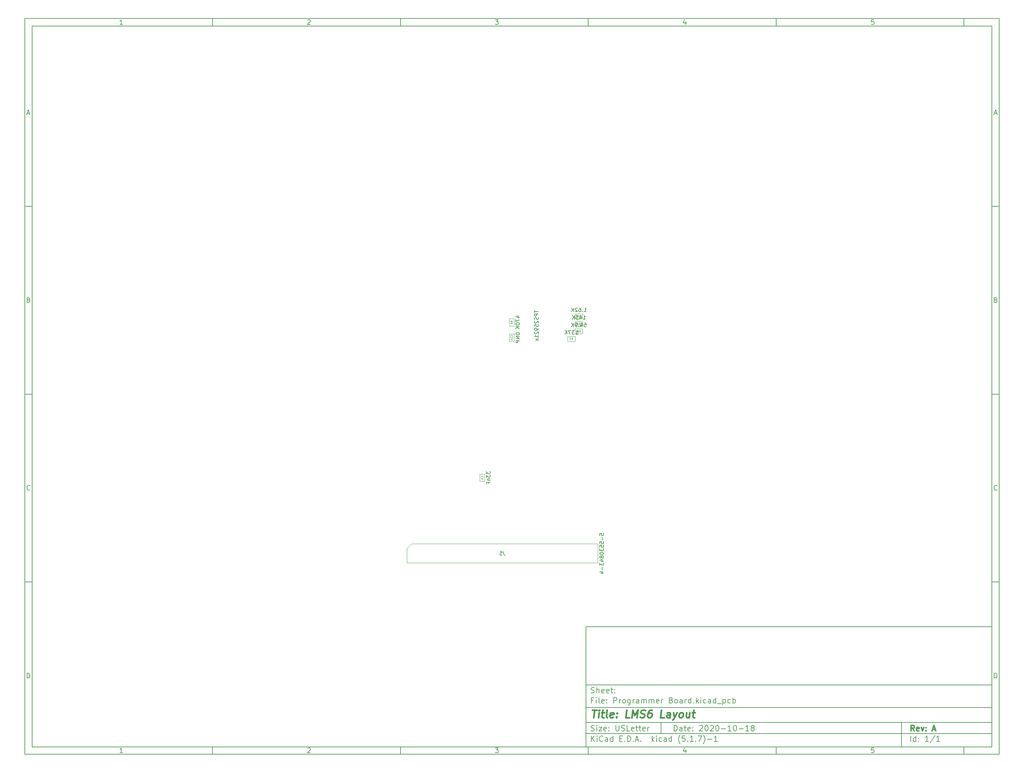
<source format=gbr>
%TF.GenerationSoftware,KiCad,Pcbnew,(5.1.7)-1*%
%TF.CreationDate,2020-10-18T16:10:08-05:00*%
%TF.ProjectId,Programmer Board,50726f67-7261-46d6-9d65-7220426f6172,A*%
%TF.SameCoordinates,Original*%
%TF.FileFunction,Other,Fab,Bot*%
%FSLAX46Y46*%
G04 Gerber Fmt 4.6, Leading zero omitted, Abs format (unit mm)*
G04 Created by KiCad (PCBNEW (5.1.7)-1) date 2020-10-18 16:10:08*
%MOMM*%
%LPD*%
G01*
G04 APERTURE LIST*
%ADD10C,0.100000*%
%ADD11C,0.150000*%
%ADD12C,0.300000*%
%ADD13C,0.400000*%
%ADD14C,0.080000*%
G04 APERTURE END LIST*
D10*
D11*
X159400000Y-171900000D02*
X159400000Y-203900000D01*
X267400000Y-203900000D01*
X267400000Y-171900000D01*
X159400000Y-171900000D01*
D10*
D11*
X10000000Y-10000000D02*
X10000000Y-205900000D01*
X269400000Y-205900000D01*
X269400000Y-10000000D01*
X10000000Y-10000000D01*
D10*
D11*
X12000000Y-12000000D02*
X12000000Y-203900000D01*
X267400000Y-203900000D01*
X267400000Y-12000000D01*
X12000000Y-12000000D01*
D10*
D11*
X60000000Y-12000000D02*
X60000000Y-10000000D01*
D10*
D11*
X110000000Y-12000000D02*
X110000000Y-10000000D01*
D10*
D11*
X160000000Y-12000000D02*
X160000000Y-10000000D01*
D10*
D11*
X210000000Y-12000000D02*
X210000000Y-10000000D01*
D10*
D11*
X260000000Y-12000000D02*
X260000000Y-10000000D01*
D10*
D11*
X36065476Y-11588095D02*
X35322619Y-11588095D01*
X35694047Y-11588095D02*
X35694047Y-10288095D01*
X35570238Y-10473809D01*
X35446428Y-10597619D01*
X35322619Y-10659523D01*
D10*
D11*
X85322619Y-10411904D02*
X85384523Y-10350000D01*
X85508333Y-10288095D01*
X85817857Y-10288095D01*
X85941666Y-10350000D01*
X86003571Y-10411904D01*
X86065476Y-10535714D01*
X86065476Y-10659523D01*
X86003571Y-10845238D01*
X85260714Y-11588095D01*
X86065476Y-11588095D01*
D10*
D11*
X135260714Y-10288095D02*
X136065476Y-10288095D01*
X135632142Y-10783333D01*
X135817857Y-10783333D01*
X135941666Y-10845238D01*
X136003571Y-10907142D01*
X136065476Y-11030952D01*
X136065476Y-11340476D01*
X136003571Y-11464285D01*
X135941666Y-11526190D01*
X135817857Y-11588095D01*
X135446428Y-11588095D01*
X135322619Y-11526190D01*
X135260714Y-11464285D01*
D10*
D11*
X185941666Y-10721428D02*
X185941666Y-11588095D01*
X185632142Y-10226190D02*
X185322619Y-11154761D01*
X186127380Y-11154761D01*
D10*
D11*
X236003571Y-10288095D02*
X235384523Y-10288095D01*
X235322619Y-10907142D01*
X235384523Y-10845238D01*
X235508333Y-10783333D01*
X235817857Y-10783333D01*
X235941666Y-10845238D01*
X236003571Y-10907142D01*
X236065476Y-11030952D01*
X236065476Y-11340476D01*
X236003571Y-11464285D01*
X235941666Y-11526190D01*
X235817857Y-11588095D01*
X235508333Y-11588095D01*
X235384523Y-11526190D01*
X235322619Y-11464285D01*
D10*
D11*
X60000000Y-203900000D02*
X60000000Y-205900000D01*
D10*
D11*
X110000000Y-203900000D02*
X110000000Y-205900000D01*
D10*
D11*
X160000000Y-203900000D02*
X160000000Y-205900000D01*
D10*
D11*
X210000000Y-203900000D02*
X210000000Y-205900000D01*
D10*
D11*
X260000000Y-203900000D02*
X260000000Y-205900000D01*
D10*
D11*
X36065476Y-205488095D02*
X35322619Y-205488095D01*
X35694047Y-205488095D02*
X35694047Y-204188095D01*
X35570238Y-204373809D01*
X35446428Y-204497619D01*
X35322619Y-204559523D01*
D10*
D11*
X85322619Y-204311904D02*
X85384523Y-204250000D01*
X85508333Y-204188095D01*
X85817857Y-204188095D01*
X85941666Y-204250000D01*
X86003571Y-204311904D01*
X86065476Y-204435714D01*
X86065476Y-204559523D01*
X86003571Y-204745238D01*
X85260714Y-205488095D01*
X86065476Y-205488095D01*
D10*
D11*
X135260714Y-204188095D02*
X136065476Y-204188095D01*
X135632142Y-204683333D01*
X135817857Y-204683333D01*
X135941666Y-204745238D01*
X136003571Y-204807142D01*
X136065476Y-204930952D01*
X136065476Y-205240476D01*
X136003571Y-205364285D01*
X135941666Y-205426190D01*
X135817857Y-205488095D01*
X135446428Y-205488095D01*
X135322619Y-205426190D01*
X135260714Y-205364285D01*
D10*
D11*
X185941666Y-204621428D02*
X185941666Y-205488095D01*
X185632142Y-204126190D02*
X185322619Y-205054761D01*
X186127380Y-205054761D01*
D10*
D11*
X236003571Y-204188095D02*
X235384523Y-204188095D01*
X235322619Y-204807142D01*
X235384523Y-204745238D01*
X235508333Y-204683333D01*
X235817857Y-204683333D01*
X235941666Y-204745238D01*
X236003571Y-204807142D01*
X236065476Y-204930952D01*
X236065476Y-205240476D01*
X236003571Y-205364285D01*
X235941666Y-205426190D01*
X235817857Y-205488095D01*
X235508333Y-205488095D01*
X235384523Y-205426190D01*
X235322619Y-205364285D01*
D10*
D11*
X10000000Y-60000000D02*
X12000000Y-60000000D01*
D10*
D11*
X10000000Y-110000000D02*
X12000000Y-110000000D01*
D10*
D11*
X10000000Y-160000000D02*
X12000000Y-160000000D01*
D10*
D11*
X10690476Y-35216666D02*
X11309523Y-35216666D01*
X10566666Y-35588095D02*
X11000000Y-34288095D01*
X11433333Y-35588095D01*
D10*
D11*
X11092857Y-84907142D02*
X11278571Y-84969047D01*
X11340476Y-85030952D01*
X11402380Y-85154761D01*
X11402380Y-85340476D01*
X11340476Y-85464285D01*
X11278571Y-85526190D01*
X11154761Y-85588095D01*
X10659523Y-85588095D01*
X10659523Y-84288095D01*
X11092857Y-84288095D01*
X11216666Y-84350000D01*
X11278571Y-84411904D01*
X11340476Y-84535714D01*
X11340476Y-84659523D01*
X11278571Y-84783333D01*
X11216666Y-84845238D01*
X11092857Y-84907142D01*
X10659523Y-84907142D01*
D10*
D11*
X11402380Y-135464285D02*
X11340476Y-135526190D01*
X11154761Y-135588095D01*
X11030952Y-135588095D01*
X10845238Y-135526190D01*
X10721428Y-135402380D01*
X10659523Y-135278571D01*
X10597619Y-135030952D01*
X10597619Y-134845238D01*
X10659523Y-134597619D01*
X10721428Y-134473809D01*
X10845238Y-134350000D01*
X11030952Y-134288095D01*
X11154761Y-134288095D01*
X11340476Y-134350000D01*
X11402380Y-134411904D01*
D10*
D11*
X10659523Y-185588095D02*
X10659523Y-184288095D01*
X10969047Y-184288095D01*
X11154761Y-184350000D01*
X11278571Y-184473809D01*
X11340476Y-184597619D01*
X11402380Y-184845238D01*
X11402380Y-185030952D01*
X11340476Y-185278571D01*
X11278571Y-185402380D01*
X11154761Y-185526190D01*
X10969047Y-185588095D01*
X10659523Y-185588095D01*
D10*
D11*
X269400000Y-60000000D02*
X267400000Y-60000000D01*
D10*
D11*
X269400000Y-110000000D02*
X267400000Y-110000000D01*
D10*
D11*
X269400000Y-160000000D02*
X267400000Y-160000000D01*
D10*
D11*
X268090476Y-35216666D02*
X268709523Y-35216666D01*
X267966666Y-35588095D02*
X268400000Y-34288095D01*
X268833333Y-35588095D01*
D10*
D11*
X268492857Y-84907142D02*
X268678571Y-84969047D01*
X268740476Y-85030952D01*
X268802380Y-85154761D01*
X268802380Y-85340476D01*
X268740476Y-85464285D01*
X268678571Y-85526190D01*
X268554761Y-85588095D01*
X268059523Y-85588095D01*
X268059523Y-84288095D01*
X268492857Y-84288095D01*
X268616666Y-84350000D01*
X268678571Y-84411904D01*
X268740476Y-84535714D01*
X268740476Y-84659523D01*
X268678571Y-84783333D01*
X268616666Y-84845238D01*
X268492857Y-84907142D01*
X268059523Y-84907142D01*
D10*
D11*
X268802380Y-135464285D02*
X268740476Y-135526190D01*
X268554761Y-135588095D01*
X268430952Y-135588095D01*
X268245238Y-135526190D01*
X268121428Y-135402380D01*
X268059523Y-135278571D01*
X267997619Y-135030952D01*
X267997619Y-134845238D01*
X268059523Y-134597619D01*
X268121428Y-134473809D01*
X268245238Y-134350000D01*
X268430952Y-134288095D01*
X268554761Y-134288095D01*
X268740476Y-134350000D01*
X268802380Y-134411904D01*
D10*
D11*
X268059523Y-185588095D02*
X268059523Y-184288095D01*
X268369047Y-184288095D01*
X268554761Y-184350000D01*
X268678571Y-184473809D01*
X268740476Y-184597619D01*
X268802380Y-184845238D01*
X268802380Y-185030952D01*
X268740476Y-185278571D01*
X268678571Y-185402380D01*
X268554761Y-185526190D01*
X268369047Y-185588095D01*
X268059523Y-185588095D01*
D10*
D11*
X182832142Y-199678571D02*
X182832142Y-198178571D01*
X183189285Y-198178571D01*
X183403571Y-198250000D01*
X183546428Y-198392857D01*
X183617857Y-198535714D01*
X183689285Y-198821428D01*
X183689285Y-199035714D01*
X183617857Y-199321428D01*
X183546428Y-199464285D01*
X183403571Y-199607142D01*
X183189285Y-199678571D01*
X182832142Y-199678571D01*
X184975000Y-199678571D02*
X184975000Y-198892857D01*
X184903571Y-198750000D01*
X184760714Y-198678571D01*
X184475000Y-198678571D01*
X184332142Y-198750000D01*
X184975000Y-199607142D02*
X184832142Y-199678571D01*
X184475000Y-199678571D01*
X184332142Y-199607142D01*
X184260714Y-199464285D01*
X184260714Y-199321428D01*
X184332142Y-199178571D01*
X184475000Y-199107142D01*
X184832142Y-199107142D01*
X184975000Y-199035714D01*
X185475000Y-198678571D02*
X186046428Y-198678571D01*
X185689285Y-198178571D02*
X185689285Y-199464285D01*
X185760714Y-199607142D01*
X185903571Y-199678571D01*
X186046428Y-199678571D01*
X187117857Y-199607142D02*
X186975000Y-199678571D01*
X186689285Y-199678571D01*
X186546428Y-199607142D01*
X186475000Y-199464285D01*
X186475000Y-198892857D01*
X186546428Y-198750000D01*
X186689285Y-198678571D01*
X186975000Y-198678571D01*
X187117857Y-198750000D01*
X187189285Y-198892857D01*
X187189285Y-199035714D01*
X186475000Y-199178571D01*
X187832142Y-199535714D02*
X187903571Y-199607142D01*
X187832142Y-199678571D01*
X187760714Y-199607142D01*
X187832142Y-199535714D01*
X187832142Y-199678571D01*
X187832142Y-198750000D02*
X187903571Y-198821428D01*
X187832142Y-198892857D01*
X187760714Y-198821428D01*
X187832142Y-198750000D01*
X187832142Y-198892857D01*
X189617857Y-198321428D02*
X189689285Y-198250000D01*
X189832142Y-198178571D01*
X190189285Y-198178571D01*
X190332142Y-198250000D01*
X190403571Y-198321428D01*
X190475000Y-198464285D01*
X190475000Y-198607142D01*
X190403571Y-198821428D01*
X189546428Y-199678571D01*
X190475000Y-199678571D01*
X191403571Y-198178571D02*
X191546428Y-198178571D01*
X191689285Y-198250000D01*
X191760714Y-198321428D01*
X191832142Y-198464285D01*
X191903571Y-198750000D01*
X191903571Y-199107142D01*
X191832142Y-199392857D01*
X191760714Y-199535714D01*
X191689285Y-199607142D01*
X191546428Y-199678571D01*
X191403571Y-199678571D01*
X191260714Y-199607142D01*
X191189285Y-199535714D01*
X191117857Y-199392857D01*
X191046428Y-199107142D01*
X191046428Y-198750000D01*
X191117857Y-198464285D01*
X191189285Y-198321428D01*
X191260714Y-198250000D01*
X191403571Y-198178571D01*
X192475000Y-198321428D02*
X192546428Y-198250000D01*
X192689285Y-198178571D01*
X193046428Y-198178571D01*
X193189285Y-198250000D01*
X193260714Y-198321428D01*
X193332142Y-198464285D01*
X193332142Y-198607142D01*
X193260714Y-198821428D01*
X192403571Y-199678571D01*
X193332142Y-199678571D01*
X194260714Y-198178571D02*
X194403571Y-198178571D01*
X194546428Y-198250000D01*
X194617857Y-198321428D01*
X194689285Y-198464285D01*
X194760714Y-198750000D01*
X194760714Y-199107142D01*
X194689285Y-199392857D01*
X194617857Y-199535714D01*
X194546428Y-199607142D01*
X194403571Y-199678571D01*
X194260714Y-199678571D01*
X194117857Y-199607142D01*
X194046428Y-199535714D01*
X193975000Y-199392857D01*
X193903571Y-199107142D01*
X193903571Y-198750000D01*
X193975000Y-198464285D01*
X194046428Y-198321428D01*
X194117857Y-198250000D01*
X194260714Y-198178571D01*
X195403571Y-199107142D02*
X196546428Y-199107142D01*
X198046428Y-199678571D02*
X197189285Y-199678571D01*
X197617857Y-199678571D02*
X197617857Y-198178571D01*
X197475000Y-198392857D01*
X197332142Y-198535714D01*
X197189285Y-198607142D01*
X198975000Y-198178571D02*
X199117857Y-198178571D01*
X199260714Y-198250000D01*
X199332142Y-198321428D01*
X199403571Y-198464285D01*
X199475000Y-198750000D01*
X199475000Y-199107142D01*
X199403571Y-199392857D01*
X199332142Y-199535714D01*
X199260714Y-199607142D01*
X199117857Y-199678571D01*
X198975000Y-199678571D01*
X198832142Y-199607142D01*
X198760714Y-199535714D01*
X198689285Y-199392857D01*
X198617857Y-199107142D01*
X198617857Y-198750000D01*
X198689285Y-198464285D01*
X198760714Y-198321428D01*
X198832142Y-198250000D01*
X198975000Y-198178571D01*
X200117857Y-199107142D02*
X201260714Y-199107142D01*
X202760714Y-199678571D02*
X201903571Y-199678571D01*
X202332142Y-199678571D02*
X202332142Y-198178571D01*
X202189285Y-198392857D01*
X202046428Y-198535714D01*
X201903571Y-198607142D01*
X203617857Y-198821428D02*
X203475000Y-198750000D01*
X203403571Y-198678571D01*
X203332142Y-198535714D01*
X203332142Y-198464285D01*
X203403571Y-198321428D01*
X203475000Y-198250000D01*
X203617857Y-198178571D01*
X203903571Y-198178571D01*
X204046428Y-198250000D01*
X204117857Y-198321428D01*
X204189285Y-198464285D01*
X204189285Y-198535714D01*
X204117857Y-198678571D01*
X204046428Y-198750000D01*
X203903571Y-198821428D01*
X203617857Y-198821428D01*
X203475000Y-198892857D01*
X203403571Y-198964285D01*
X203332142Y-199107142D01*
X203332142Y-199392857D01*
X203403571Y-199535714D01*
X203475000Y-199607142D01*
X203617857Y-199678571D01*
X203903571Y-199678571D01*
X204046428Y-199607142D01*
X204117857Y-199535714D01*
X204189285Y-199392857D01*
X204189285Y-199107142D01*
X204117857Y-198964285D01*
X204046428Y-198892857D01*
X203903571Y-198821428D01*
D10*
D11*
X159400000Y-200400000D02*
X267400000Y-200400000D01*
D10*
D11*
X160832142Y-202478571D02*
X160832142Y-200978571D01*
X161689285Y-202478571D02*
X161046428Y-201621428D01*
X161689285Y-200978571D02*
X160832142Y-201835714D01*
X162332142Y-202478571D02*
X162332142Y-201478571D01*
X162332142Y-200978571D02*
X162260714Y-201050000D01*
X162332142Y-201121428D01*
X162403571Y-201050000D01*
X162332142Y-200978571D01*
X162332142Y-201121428D01*
X163903571Y-202335714D02*
X163832142Y-202407142D01*
X163617857Y-202478571D01*
X163475000Y-202478571D01*
X163260714Y-202407142D01*
X163117857Y-202264285D01*
X163046428Y-202121428D01*
X162975000Y-201835714D01*
X162975000Y-201621428D01*
X163046428Y-201335714D01*
X163117857Y-201192857D01*
X163260714Y-201050000D01*
X163475000Y-200978571D01*
X163617857Y-200978571D01*
X163832142Y-201050000D01*
X163903571Y-201121428D01*
X165189285Y-202478571D02*
X165189285Y-201692857D01*
X165117857Y-201550000D01*
X164975000Y-201478571D01*
X164689285Y-201478571D01*
X164546428Y-201550000D01*
X165189285Y-202407142D02*
X165046428Y-202478571D01*
X164689285Y-202478571D01*
X164546428Y-202407142D01*
X164475000Y-202264285D01*
X164475000Y-202121428D01*
X164546428Y-201978571D01*
X164689285Y-201907142D01*
X165046428Y-201907142D01*
X165189285Y-201835714D01*
X166546428Y-202478571D02*
X166546428Y-200978571D01*
X166546428Y-202407142D02*
X166403571Y-202478571D01*
X166117857Y-202478571D01*
X165975000Y-202407142D01*
X165903571Y-202335714D01*
X165832142Y-202192857D01*
X165832142Y-201764285D01*
X165903571Y-201621428D01*
X165975000Y-201550000D01*
X166117857Y-201478571D01*
X166403571Y-201478571D01*
X166546428Y-201550000D01*
X168403571Y-201692857D02*
X168903571Y-201692857D01*
X169117857Y-202478571D02*
X168403571Y-202478571D01*
X168403571Y-200978571D01*
X169117857Y-200978571D01*
X169760714Y-202335714D02*
X169832142Y-202407142D01*
X169760714Y-202478571D01*
X169689285Y-202407142D01*
X169760714Y-202335714D01*
X169760714Y-202478571D01*
X170475000Y-202478571D02*
X170475000Y-200978571D01*
X170832142Y-200978571D01*
X171046428Y-201050000D01*
X171189285Y-201192857D01*
X171260714Y-201335714D01*
X171332142Y-201621428D01*
X171332142Y-201835714D01*
X171260714Y-202121428D01*
X171189285Y-202264285D01*
X171046428Y-202407142D01*
X170832142Y-202478571D01*
X170475000Y-202478571D01*
X171975000Y-202335714D02*
X172046428Y-202407142D01*
X171975000Y-202478571D01*
X171903571Y-202407142D01*
X171975000Y-202335714D01*
X171975000Y-202478571D01*
X172617857Y-202050000D02*
X173332142Y-202050000D01*
X172475000Y-202478571D02*
X172975000Y-200978571D01*
X173475000Y-202478571D01*
X173975000Y-202335714D02*
X174046428Y-202407142D01*
X173975000Y-202478571D01*
X173903571Y-202407142D01*
X173975000Y-202335714D01*
X173975000Y-202478571D01*
X176975000Y-202478571D02*
X176975000Y-200978571D01*
X177117857Y-201907142D02*
X177546428Y-202478571D01*
X177546428Y-201478571D02*
X176975000Y-202050000D01*
X178189285Y-202478571D02*
X178189285Y-201478571D01*
X178189285Y-200978571D02*
X178117857Y-201050000D01*
X178189285Y-201121428D01*
X178260714Y-201050000D01*
X178189285Y-200978571D01*
X178189285Y-201121428D01*
X179546428Y-202407142D02*
X179403571Y-202478571D01*
X179117857Y-202478571D01*
X178975000Y-202407142D01*
X178903571Y-202335714D01*
X178832142Y-202192857D01*
X178832142Y-201764285D01*
X178903571Y-201621428D01*
X178975000Y-201550000D01*
X179117857Y-201478571D01*
X179403571Y-201478571D01*
X179546428Y-201550000D01*
X180832142Y-202478571D02*
X180832142Y-201692857D01*
X180760714Y-201550000D01*
X180617857Y-201478571D01*
X180332142Y-201478571D01*
X180189285Y-201550000D01*
X180832142Y-202407142D02*
X180689285Y-202478571D01*
X180332142Y-202478571D01*
X180189285Y-202407142D01*
X180117857Y-202264285D01*
X180117857Y-202121428D01*
X180189285Y-201978571D01*
X180332142Y-201907142D01*
X180689285Y-201907142D01*
X180832142Y-201835714D01*
X182189285Y-202478571D02*
X182189285Y-200978571D01*
X182189285Y-202407142D02*
X182046428Y-202478571D01*
X181760714Y-202478571D01*
X181617857Y-202407142D01*
X181546428Y-202335714D01*
X181475000Y-202192857D01*
X181475000Y-201764285D01*
X181546428Y-201621428D01*
X181617857Y-201550000D01*
X181760714Y-201478571D01*
X182046428Y-201478571D01*
X182189285Y-201550000D01*
X184475000Y-203050000D02*
X184403571Y-202978571D01*
X184260714Y-202764285D01*
X184189285Y-202621428D01*
X184117857Y-202407142D01*
X184046428Y-202050000D01*
X184046428Y-201764285D01*
X184117857Y-201407142D01*
X184189285Y-201192857D01*
X184260714Y-201050000D01*
X184403571Y-200835714D01*
X184475000Y-200764285D01*
X185760714Y-200978571D02*
X185046428Y-200978571D01*
X184975000Y-201692857D01*
X185046428Y-201621428D01*
X185189285Y-201550000D01*
X185546428Y-201550000D01*
X185689285Y-201621428D01*
X185760714Y-201692857D01*
X185832142Y-201835714D01*
X185832142Y-202192857D01*
X185760714Y-202335714D01*
X185689285Y-202407142D01*
X185546428Y-202478571D01*
X185189285Y-202478571D01*
X185046428Y-202407142D01*
X184975000Y-202335714D01*
X186475000Y-202335714D02*
X186546428Y-202407142D01*
X186475000Y-202478571D01*
X186403571Y-202407142D01*
X186475000Y-202335714D01*
X186475000Y-202478571D01*
X187975000Y-202478571D02*
X187117857Y-202478571D01*
X187546428Y-202478571D02*
X187546428Y-200978571D01*
X187403571Y-201192857D01*
X187260714Y-201335714D01*
X187117857Y-201407142D01*
X188617857Y-202335714D02*
X188689285Y-202407142D01*
X188617857Y-202478571D01*
X188546428Y-202407142D01*
X188617857Y-202335714D01*
X188617857Y-202478571D01*
X189189285Y-200978571D02*
X190189285Y-200978571D01*
X189546428Y-202478571D01*
X190617857Y-203050000D02*
X190689285Y-202978571D01*
X190832142Y-202764285D01*
X190903571Y-202621428D01*
X190975000Y-202407142D01*
X191046428Y-202050000D01*
X191046428Y-201764285D01*
X190975000Y-201407142D01*
X190903571Y-201192857D01*
X190832142Y-201050000D01*
X190689285Y-200835714D01*
X190617857Y-200764285D01*
X191760714Y-201907142D02*
X192903571Y-201907142D01*
X194403571Y-202478571D02*
X193546428Y-202478571D01*
X193975000Y-202478571D02*
X193975000Y-200978571D01*
X193832142Y-201192857D01*
X193689285Y-201335714D01*
X193546428Y-201407142D01*
D10*
D11*
X159400000Y-197400000D02*
X267400000Y-197400000D01*
D10*
D12*
X246809285Y-199678571D02*
X246309285Y-198964285D01*
X245952142Y-199678571D02*
X245952142Y-198178571D01*
X246523571Y-198178571D01*
X246666428Y-198250000D01*
X246737857Y-198321428D01*
X246809285Y-198464285D01*
X246809285Y-198678571D01*
X246737857Y-198821428D01*
X246666428Y-198892857D01*
X246523571Y-198964285D01*
X245952142Y-198964285D01*
X248023571Y-199607142D02*
X247880714Y-199678571D01*
X247595000Y-199678571D01*
X247452142Y-199607142D01*
X247380714Y-199464285D01*
X247380714Y-198892857D01*
X247452142Y-198750000D01*
X247595000Y-198678571D01*
X247880714Y-198678571D01*
X248023571Y-198750000D01*
X248095000Y-198892857D01*
X248095000Y-199035714D01*
X247380714Y-199178571D01*
X248595000Y-198678571D02*
X248952142Y-199678571D01*
X249309285Y-198678571D01*
X249880714Y-199535714D02*
X249952142Y-199607142D01*
X249880714Y-199678571D01*
X249809285Y-199607142D01*
X249880714Y-199535714D01*
X249880714Y-199678571D01*
X249880714Y-198750000D02*
X249952142Y-198821428D01*
X249880714Y-198892857D01*
X249809285Y-198821428D01*
X249880714Y-198750000D01*
X249880714Y-198892857D01*
X251666428Y-199250000D02*
X252380714Y-199250000D01*
X251523571Y-199678571D02*
X252023571Y-198178571D01*
X252523571Y-199678571D01*
D10*
D11*
X160760714Y-199607142D02*
X160975000Y-199678571D01*
X161332142Y-199678571D01*
X161475000Y-199607142D01*
X161546428Y-199535714D01*
X161617857Y-199392857D01*
X161617857Y-199250000D01*
X161546428Y-199107142D01*
X161475000Y-199035714D01*
X161332142Y-198964285D01*
X161046428Y-198892857D01*
X160903571Y-198821428D01*
X160832142Y-198750000D01*
X160760714Y-198607142D01*
X160760714Y-198464285D01*
X160832142Y-198321428D01*
X160903571Y-198250000D01*
X161046428Y-198178571D01*
X161403571Y-198178571D01*
X161617857Y-198250000D01*
X162260714Y-199678571D02*
X162260714Y-198678571D01*
X162260714Y-198178571D02*
X162189285Y-198250000D01*
X162260714Y-198321428D01*
X162332142Y-198250000D01*
X162260714Y-198178571D01*
X162260714Y-198321428D01*
X162832142Y-198678571D02*
X163617857Y-198678571D01*
X162832142Y-199678571D01*
X163617857Y-199678571D01*
X164760714Y-199607142D02*
X164617857Y-199678571D01*
X164332142Y-199678571D01*
X164189285Y-199607142D01*
X164117857Y-199464285D01*
X164117857Y-198892857D01*
X164189285Y-198750000D01*
X164332142Y-198678571D01*
X164617857Y-198678571D01*
X164760714Y-198750000D01*
X164832142Y-198892857D01*
X164832142Y-199035714D01*
X164117857Y-199178571D01*
X165475000Y-199535714D02*
X165546428Y-199607142D01*
X165475000Y-199678571D01*
X165403571Y-199607142D01*
X165475000Y-199535714D01*
X165475000Y-199678571D01*
X165475000Y-198750000D02*
X165546428Y-198821428D01*
X165475000Y-198892857D01*
X165403571Y-198821428D01*
X165475000Y-198750000D01*
X165475000Y-198892857D01*
X167332142Y-198178571D02*
X167332142Y-199392857D01*
X167403571Y-199535714D01*
X167475000Y-199607142D01*
X167617857Y-199678571D01*
X167903571Y-199678571D01*
X168046428Y-199607142D01*
X168117857Y-199535714D01*
X168189285Y-199392857D01*
X168189285Y-198178571D01*
X168832142Y-199607142D02*
X169046428Y-199678571D01*
X169403571Y-199678571D01*
X169546428Y-199607142D01*
X169617857Y-199535714D01*
X169689285Y-199392857D01*
X169689285Y-199250000D01*
X169617857Y-199107142D01*
X169546428Y-199035714D01*
X169403571Y-198964285D01*
X169117857Y-198892857D01*
X168975000Y-198821428D01*
X168903571Y-198750000D01*
X168832142Y-198607142D01*
X168832142Y-198464285D01*
X168903571Y-198321428D01*
X168975000Y-198250000D01*
X169117857Y-198178571D01*
X169475000Y-198178571D01*
X169689285Y-198250000D01*
X171046428Y-199678571D02*
X170332142Y-199678571D01*
X170332142Y-198178571D01*
X172117857Y-199607142D02*
X171975000Y-199678571D01*
X171689285Y-199678571D01*
X171546428Y-199607142D01*
X171475000Y-199464285D01*
X171475000Y-198892857D01*
X171546428Y-198750000D01*
X171689285Y-198678571D01*
X171975000Y-198678571D01*
X172117857Y-198750000D01*
X172189285Y-198892857D01*
X172189285Y-199035714D01*
X171475000Y-199178571D01*
X172617857Y-198678571D02*
X173189285Y-198678571D01*
X172832142Y-198178571D02*
X172832142Y-199464285D01*
X172903571Y-199607142D01*
X173046428Y-199678571D01*
X173189285Y-199678571D01*
X173475000Y-198678571D02*
X174046428Y-198678571D01*
X173689285Y-198178571D02*
X173689285Y-199464285D01*
X173760714Y-199607142D01*
X173903571Y-199678571D01*
X174046428Y-199678571D01*
X175117857Y-199607142D02*
X174975000Y-199678571D01*
X174689285Y-199678571D01*
X174546428Y-199607142D01*
X174475000Y-199464285D01*
X174475000Y-198892857D01*
X174546428Y-198750000D01*
X174689285Y-198678571D01*
X174975000Y-198678571D01*
X175117857Y-198750000D01*
X175189285Y-198892857D01*
X175189285Y-199035714D01*
X174475000Y-199178571D01*
X175832142Y-199678571D02*
X175832142Y-198678571D01*
X175832142Y-198964285D02*
X175903571Y-198821428D01*
X175975000Y-198750000D01*
X176117857Y-198678571D01*
X176260714Y-198678571D01*
D10*
D11*
X245832142Y-202478571D02*
X245832142Y-200978571D01*
X247189285Y-202478571D02*
X247189285Y-200978571D01*
X247189285Y-202407142D02*
X247046428Y-202478571D01*
X246760714Y-202478571D01*
X246617857Y-202407142D01*
X246546428Y-202335714D01*
X246475000Y-202192857D01*
X246475000Y-201764285D01*
X246546428Y-201621428D01*
X246617857Y-201550000D01*
X246760714Y-201478571D01*
X247046428Y-201478571D01*
X247189285Y-201550000D01*
X247903571Y-202335714D02*
X247975000Y-202407142D01*
X247903571Y-202478571D01*
X247832142Y-202407142D01*
X247903571Y-202335714D01*
X247903571Y-202478571D01*
X247903571Y-201550000D02*
X247975000Y-201621428D01*
X247903571Y-201692857D01*
X247832142Y-201621428D01*
X247903571Y-201550000D01*
X247903571Y-201692857D01*
X250546428Y-202478571D02*
X249689285Y-202478571D01*
X250117857Y-202478571D02*
X250117857Y-200978571D01*
X249975000Y-201192857D01*
X249832142Y-201335714D01*
X249689285Y-201407142D01*
X252260714Y-200907142D02*
X250975000Y-202835714D01*
X253546428Y-202478571D02*
X252689285Y-202478571D01*
X253117857Y-202478571D02*
X253117857Y-200978571D01*
X252975000Y-201192857D01*
X252832142Y-201335714D01*
X252689285Y-201407142D01*
D10*
D11*
X159400000Y-193400000D02*
X267400000Y-193400000D01*
D10*
D13*
X161112380Y-194104761D02*
X162255238Y-194104761D01*
X161433809Y-196104761D02*
X161683809Y-194104761D01*
X162671904Y-196104761D02*
X162838571Y-194771428D01*
X162921904Y-194104761D02*
X162814761Y-194200000D01*
X162898095Y-194295238D01*
X163005238Y-194200000D01*
X162921904Y-194104761D01*
X162898095Y-194295238D01*
X163505238Y-194771428D02*
X164267142Y-194771428D01*
X163874285Y-194104761D02*
X163660000Y-195819047D01*
X163731428Y-196009523D01*
X163910000Y-196104761D01*
X164100476Y-196104761D01*
X165052857Y-196104761D02*
X164874285Y-196009523D01*
X164802857Y-195819047D01*
X165017142Y-194104761D01*
X166588571Y-196009523D02*
X166386190Y-196104761D01*
X166005238Y-196104761D01*
X165826666Y-196009523D01*
X165755238Y-195819047D01*
X165850476Y-195057142D01*
X165969523Y-194866666D01*
X166171904Y-194771428D01*
X166552857Y-194771428D01*
X166731428Y-194866666D01*
X166802857Y-195057142D01*
X166779047Y-195247619D01*
X165802857Y-195438095D01*
X167552857Y-195914285D02*
X167636190Y-196009523D01*
X167529047Y-196104761D01*
X167445714Y-196009523D01*
X167552857Y-195914285D01*
X167529047Y-196104761D01*
X167683809Y-194866666D02*
X167767142Y-194961904D01*
X167660000Y-195057142D01*
X167576666Y-194961904D01*
X167683809Y-194866666D01*
X167660000Y-195057142D01*
X170957619Y-196104761D02*
X170005238Y-196104761D01*
X170255238Y-194104761D01*
X171624285Y-196104761D02*
X171874285Y-194104761D01*
X172362380Y-195533333D01*
X173207619Y-194104761D01*
X172957619Y-196104761D01*
X173826666Y-196009523D02*
X174100476Y-196104761D01*
X174576666Y-196104761D01*
X174779047Y-196009523D01*
X174886190Y-195914285D01*
X175005238Y-195723809D01*
X175029047Y-195533333D01*
X174957619Y-195342857D01*
X174874285Y-195247619D01*
X174695714Y-195152380D01*
X174326666Y-195057142D01*
X174148095Y-194961904D01*
X174064761Y-194866666D01*
X173993333Y-194676190D01*
X174017142Y-194485714D01*
X174136190Y-194295238D01*
X174243333Y-194200000D01*
X174445714Y-194104761D01*
X174921904Y-194104761D01*
X175195714Y-194200000D01*
X176921904Y-194104761D02*
X176540952Y-194104761D01*
X176338571Y-194200000D01*
X176231428Y-194295238D01*
X176005238Y-194580952D01*
X175862380Y-194961904D01*
X175767142Y-195723809D01*
X175838571Y-195914285D01*
X175921904Y-196009523D01*
X176100476Y-196104761D01*
X176481428Y-196104761D01*
X176683809Y-196009523D01*
X176790952Y-195914285D01*
X176910000Y-195723809D01*
X176969523Y-195247619D01*
X176898095Y-195057142D01*
X176814761Y-194961904D01*
X176636190Y-194866666D01*
X176255238Y-194866666D01*
X176052857Y-194961904D01*
X175945714Y-195057142D01*
X175826666Y-195247619D01*
X180195714Y-196104761D02*
X179243333Y-196104761D01*
X179493333Y-194104761D01*
X181719523Y-196104761D02*
X181850476Y-195057142D01*
X181779047Y-194866666D01*
X181600476Y-194771428D01*
X181219523Y-194771428D01*
X181017142Y-194866666D01*
X181731428Y-196009523D02*
X181529047Y-196104761D01*
X181052857Y-196104761D01*
X180874285Y-196009523D01*
X180802857Y-195819047D01*
X180826666Y-195628571D01*
X180945714Y-195438095D01*
X181148095Y-195342857D01*
X181624285Y-195342857D01*
X181826666Y-195247619D01*
X182648095Y-194771428D02*
X182957619Y-196104761D01*
X183600476Y-194771428D02*
X182957619Y-196104761D01*
X182707619Y-196580952D01*
X182600476Y-196676190D01*
X182398095Y-196771428D01*
X184481428Y-196104761D02*
X184302857Y-196009523D01*
X184219523Y-195914285D01*
X184148095Y-195723809D01*
X184219523Y-195152380D01*
X184338571Y-194961904D01*
X184445714Y-194866666D01*
X184648095Y-194771428D01*
X184933809Y-194771428D01*
X185112380Y-194866666D01*
X185195714Y-194961904D01*
X185267142Y-195152380D01*
X185195714Y-195723809D01*
X185076666Y-195914285D01*
X184969523Y-196009523D01*
X184767142Y-196104761D01*
X184481428Y-196104761D01*
X187029047Y-194771428D02*
X186862380Y-196104761D01*
X186171904Y-194771428D02*
X186040952Y-195819047D01*
X186112380Y-196009523D01*
X186290952Y-196104761D01*
X186576666Y-196104761D01*
X186779047Y-196009523D01*
X186886190Y-195914285D01*
X187695714Y-194771428D02*
X188457619Y-194771428D01*
X188064761Y-194104761D02*
X187850476Y-195819047D01*
X187921904Y-196009523D01*
X188100476Y-196104761D01*
X188290952Y-196104761D01*
D10*
D11*
X161332142Y-191492857D02*
X160832142Y-191492857D01*
X160832142Y-192278571D02*
X160832142Y-190778571D01*
X161546428Y-190778571D01*
X162117857Y-192278571D02*
X162117857Y-191278571D01*
X162117857Y-190778571D02*
X162046428Y-190850000D01*
X162117857Y-190921428D01*
X162189285Y-190850000D01*
X162117857Y-190778571D01*
X162117857Y-190921428D01*
X163046428Y-192278571D02*
X162903571Y-192207142D01*
X162832142Y-192064285D01*
X162832142Y-190778571D01*
X164189285Y-192207142D02*
X164046428Y-192278571D01*
X163760714Y-192278571D01*
X163617857Y-192207142D01*
X163546428Y-192064285D01*
X163546428Y-191492857D01*
X163617857Y-191350000D01*
X163760714Y-191278571D01*
X164046428Y-191278571D01*
X164189285Y-191350000D01*
X164260714Y-191492857D01*
X164260714Y-191635714D01*
X163546428Y-191778571D01*
X164903571Y-192135714D02*
X164975000Y-192207142D01*
X164903571Y-192278571D01*
X164832142Y-192207142D01*
X164903571Y-192135714D01*
X164903571Y-192278571D01*
X164903571Y-191350000D02*
X164975000Y-191421428D01*
X164903571Y-191492857D01*
X164832142Y-191421428D01*
X164903571Y-191350000D01*
X164903571Y-191492857D01*
X166760714Y-192278571D02*
X166760714Y-190778571D01*
X167332142Y-190778571D01*
X167475000Y-190850000D01*
X167546428Y-190921428D01*
X167617857Y-191064285D01*
X167617857Y-191278571D01*
X167546428Y-191421428D01*
X167475000Y-191492857D01*
X167332142Y-191564285D01*
X166760714Y-191564285D01*
X168260714Y-192278571D02*
X168260714Y-191278571D01*
X168260714Y-191564285D02*
X168332142Y-191421428D01*
X168403571Y-191350000D01*
X168546428Y-191278571D01*
X168689285Y-191278571D01*
X169403571Y-192278571D02*
X169260714Y-192207142D01*
X169189285Y-192135714D01*
X169117857Y-191992857D01*
X169117857Y-191564285D01*
X169189285Y-191421428D01*
X169260714Y-191350000D01*
X169403571Y-191278571D01*
X169617857Y-191278571D01*
X169760714Y-191350000D01*
X169832142Y-191421428D01*
X169903571Y-191564285D01*
X169903571Y-191992857D01*
X169832142Y-192135714D01*
X169760714Y-192207142D01*
X169617857Y-192278571D01*
X169403571Y-192278571D01*
X171189285Y-191278571D02*
X171189285Y-192492857D01*
X171117857Y-192635714D01*
X171046428Y-192707142D01*
X170903571Y-192778571D01*
X170689285Y-192778571D01*
X170546428Y-192707142D01*
X171189285Y-192207142D02*
X171046428Y-192278571D01*
X170760714Y-192278571D01*
X170617857Y-192207142D01*
X170546428Y-192135714D01*
X170475000Y-191992857D01*
X170475000Y-191564285D01*
X170546428Y-191421428D01*
X170617857Y-191350000D01*
X170760714Y-191278571D01*
X171046428Y-191278571D01*
X171189285Y-191350000D01*
X171903571Y-192278571D02*
X171903571Y-191278571D01*
X171903571Y-191564285D02*
X171975000Y-191421428D01*
X172046428Y-191350000D01*
X172189285Y-191278571D01*
X172332142Y-191278571D01*
X173475000Y-192278571D02*
X173475000Y-191492857D01*
X173403571Y-191350000D01*
X173260714Y-191278571D01*
X172975000Y-191278571D01*
X172832142Y-191350000D01*
X173475000Y-192207142D02*
X173332142Y-192278571D01*
X172975000Y-192278571D01*
X172832142Y-192207142D01*
X172760714Y-192064285D01*
X172760714Y-191921428D01*
X172832142Y-191778571D01*
X172975000Y-191707142D01*
X173332142Y-191707142D01*
X173475000Y-191635714D01*
X174189285Y-192278571D02*
X174189285Y-191278571D01*
X174189285Y-191421428D02*
X174260714Y-191350000D01*
X174403571Y-191278571D01*
X174617857Y-191278571D01*
X174760714Y-191350000D01*
X174832142Y-191492857D01*
X174832142Y-192278571D01*
X174832142Y-191492857D02*
X174903571Y-191350000D01*
X175046428Y-191278571D01*
X175260714Y-191278571D01*
X175403571Y-191350000D01*
X175475000Y-191492857D01*
X175475000Y-192278571D01*
X176189285Y-192278571D02*
X176189285Y-191278571D01*
X176189285Y-191421428D02*
X176260714Y-191350000D01*
X176403571Y-191278571D01*
X176617857Y-191278571D01*
X176760714Y-191350000D01*
X176832142Y-191492857D01*
X176832142Y-192278571D01*
X176832142Y-191492857D02*
X176903571Y-191350000D01*
X177046428Y-191278571D01*
X177260714Y-191278571D01*
X177403571Y-191350000D01*
X177475000Y-191492857D01*
X177475000Y-192278571D01*
X178760714Y-192207142D02*
X178617857Y-192278571D01*
X178332142Y-192278571D01*
X178189285Y-192207142D01*
X178117857Y-192064285D01*
X178117857Y-191492857D01*
X178189285Y-191350000D01*
X178332142Y-191278571D01*
X178617857Y-191278571D01*
X178760714Y-191350000D01*
X178832142Y-191492857D01*
X178832142Y-191635714D01*
X178117857Y-191778571D01*
X179475000Y-192278571D02*
X179475000Y-191278571D01*
X179475000Y-191564285D02*
X179546428Y-191421428D01*
X179617857Y-191350000D01*
X179760714Y-191278571D01*
X179903571Y-191278571D01*
X182046428Y-191492857D02*
X182260714Y-191564285D01*
X182332142Y-191635714D01*
X182403571Y-191778571D01*
X182403571Y-191992857D01*
X182332142Y-192135714D01*
X182260714Y-192207142D01*
X182117857Y-192278571D01*
X181546428Y-192278571D01*
X181546428Y-190778571D01*
X182046428Y-190778571D01*
X182189285Y-190850000D01*
X182260714Y-190921428D01*
X182332142Y-191064285D01*
X182332142Y-191207142D01*
X182260714Y-191350000D01*
X182189285Y-191421428D01*
X182046428Y-191492857D01*
X181546428Y-191492857D01*
X183260714Y-192278571D02*
X183117857Y-192207142D01*
X183046428Y-192135714D01*
X182975000Y-191992857D01*
X182975000Y-191564285D01*
X183046428Y-191421428D01*
X183117857Y-191350000D01*
X183260714Y-191278571D01*
X183475000Y-191278571D01*
X183617857Y-191350000D01*
X183689285Y-191421428D01*
X183760714Y-191564285D01*
X183760714Y-191992857D01*
X183689285Y-192135714D01*
X183617857Y-192207142D01*
X183475000Y-192278571D01*
X183260714Y-192278571D01*
X185046428Y-192278571D02*
X185046428Y-191492857D01*
X184975000Y-191350000D01*
X184832142Y-191278571D01*
X184546428Y-191278571D01*
X184403571Y-191350000D01*
X185046428Y-192207142D02*
X184903571Y-192278571D01*
X184546428Y-192278571D01*
X184403571Y-192207142D01*
X184332142Y-192064285D01*
X184332142Y-191921428D01*
X184403571Y-191778571D01*
X184546428Y-191707142D01*
X184903571Y-191707142D01*
X185046428Y-191635714D01*
X185760714Y-192278571D02*
X185760714Y-191278571D01*
X185760714Y-191564285D02*
X185832142Y-191421428D01*
X185903571Y-191350000D01*
X186046428Y-191278571D01*
X186189285Y-191278571D01*
X187332142Y-192278571D02*
X187332142Y-190778571D01*
X187332142Y-192207142D02*
X187189285Y-192278571D01*
X186903571Y-192278571D01*
X186760714Y-192207142D01*
X186689285Y-192135714D01*
X186617857Y-191992857D01*
X186617857Y-191564285D01*
X186689285Y-191421428D01*
X186760714Y-191350000D01*
X186903571Y-191278571D01*
X187189285Y-191278571D01*
X187332142Y-191350000D01*
X188046428Y-192135714D02*
X188117857Y-192207142D01*
X188046428Y-192278571D01*
X187975000Y-192207142D01*
X188046428Y-192135714D01*
X188046428Y-192278571D01*
X188760714Y-192278571D02*
X188760714Y-190778571D01*
X188903571Y-191707142D02*
X189332142Y-192278571D01*
X189332142Y-191278571D02*
X188760714Y-191850000D01*
X189975000Y-192278571D02*
X189975000Y-191278571D01*
X189975000Y-190778571D02*
X189903571Y-190850000D01*
X189975000Y-190921428D01*
X190046428Y-190850000D01*
X189975000Y-190778571D01*
X189975000Y-190921428D01*
X191332142Y-192207142D02*
X191189285Y-192278571D01*
X190903571Y-192278571D01*
X190760714Y-192207142D01*
X190689285Y-192135714D01*
X190617857Y-191992857D01*
X190617857Y-191564285D01*
X190689285Y-191421428D01*
X190760714Y-191350000D01*
X190903571Y-191278571D01*
X191189285Y-191278571D01*
X191332142Y-191350000D01*
X192617857Y-192278571D02*
X192617857Y-191492857D01*
X192546428Y-191350000D01*
X192403571Y-191278571D01*
X192117857Y-191278571D01*
X191975000Y-191350000D01*
X192617857Y-192207142D02*
X192475000Y-192278571D01*
X192117857Y-192278571D01*
X191975000Y-192207142D01*
X191903571Y-192064285D01*
X191903571Y-191921428D01*
X191975000Y-191778571D01*
X192117857Y-191707142D01*
X192475000Y-191707142D01*
X192617857Y-191635714D01*
X193975000Y-192278571D02*
X193975000Y-190778571D01*
X193975000Y-192207142D02*
X193832142Y-192278571D01*
X193546428Y-192278571D01*
X193403571Y-192207142D01*
X193332142Y-192135714D01*
X193260714Y-191992857D01*
X193260714Y-191564285D01*
X193332142Y-191421428D01*
X193403571Y-191350000D01*
X193546428Y-191278571D01*
X193832142Y-191278571D01*
X193975000Y-191350000D01*
X194332142Y-192421428D02*
X195475000Y-192421428D01*
X195832142Y-191278571D02*
X195832142Y-192778571D01*
X195832142Y-191350000D02*
X195975000Y-191278571D01*
X196260714Y-191278571D01*
X196403571Y-191350000D01*
X196475000Y-191421428D01*
X196546428Y-191564285D01*
X196546428Y-191992857D01*
X196475000Y-192135714D01*
X196403571Y-192207142D01*
X196260714Y-192278571D01*
X195975000Y-192278571D01*
X195832142Y-192207142D01*
X197832142Y-192207142D02*
X197689285Y-192278571D01*
X197403571Y-192278571D01*
X197260714Y-192207142D01*
X197189285Y-192135714D01*
X197117857Y-191992857D01*
X197117857Y-191564285D01*
X197189285Y-191421428D01*
X197260714Y-191350000D01*
X197403571Y-191278571D01*
X197689285Y-191278571D01*
X197832142Y-191350000D01*
X198475000Y-192278571D02*
X198475000Y-190778571D01*
X198475000Y-191350000D02*
X198617857Y-191278571D01*
X198903571Y-191278571D01*
X199046428Y-191350000D01*
X199117857Y-191421428D01*
X199189285Y-191564285D01*
X199189285Y-191992857D01*
X199117857Y-192135714D01*
X199046428Y-192207142D01*
X198903571Y-192278571D01*
X198617857Y-192278571D01*
X198475000Y-192207142D01*
D10*
D11*
X159400000Y-187400000D02*
X267400000Y-187400000D01*
D10*
D11*
X160760714Y-189507142D02*
X160975000Y-189578571D01*
X161332142Y-189578571D01*
X161475000Y-189507142D01*
X161546428Y-189435714D01*
X161617857Y-189292857D01*
X161617857Y-189150000D01*
X161546428Y-189007142D01*
X161475000Y-188935714D01*
X161332142Y-188864285D01*
X161046428Y-188792857D01*
X160903571Y-188721428D01*
X160832142Y-188650000D01*
X160760714Y-188507142D01*
X160760714Y-188364285D01*
X160832142Y-188221428D01*
X160903571Y-188150000D01*
X161046428Y-188078571D01*
X161403571Y-188078571D01*
X161617857Y-188150000D01*
X162260714Y-189578571D02*
X162260714Y-188078571D01*
X162903571Y-189578571D02*
X162903571Y-188792857D01*
X162832142Y-188650000D01*
X162689285Y-188578571D01*
X162475000Y-188578571D01*
X162332142Y-188650000D01*
X162260714Y-188721428D01*
X164189285Y-189507142D02*
X164046428Y-189578571D01*
X163760714Y-189578571D01*
X163617857Y-189507142D01*
X163546428Y-189364285D01*
X163546428Y-188792857D01*
X163617857Y-188650000D01*
X163760714Y-188578571D01*
X164046428Y-188578571D01*
X164189285Y-188650000D01*
X164260714Y-188792857D01*
X164260714Y-188935714D01*
X163546428Y-189078571D01*
X165475000Y-189507142D02*
X165332142Y-189578571D01*
X165046428Y-189578571D01*
X164903571Y-189507142D01*
X164832142Y-189364285D01*
X164832142Y-188792857D01*
X164903571Y-188650000D01*
X165046428Y-188578571D01*
X165332142Y-188578571D01*
X165475000Y-188650000D01*
X165546428Y-188792857D01*
X165546428Y-188935714D01*
X164832142Y-189078571D01*
X165975000Y-188578571D02*
X166546428Y-188578571D01*
X166189285Y-188078571D02*
X166189285Y-189364285D01*
X166260714Y-189507142D01*
X166403571Y-189578571D01*
X166546428Y-189578571D01*
X167046428Y-189435714D02*
X167117857Y-189507142D01*
X167046428Y-189578571D01*
X166975000Y-189507142D01*
X167046428Y-189435714D01*
X167046428Y-189578571D01*
X167046428Y-188650000D02*
X167117857Y-188721428D01*
X167046428Y-188792857D01*
X166975000Y-188721428D01*
X167046428Y-188650000D01*
X167046428Y-188792857D01*
D10*
D11*
X179400000Y-197400000D02*
X179400000Y-200400000D01*
D10*
D11*
X243400000Y-197400000D02*
X243400000Y-203900000D01*
D10*
%TO.C,J5*%
X111760000Y-151130000D02*
X111760000Y-154940000D01*
X111760000Y-154940000D02*
X162560000Y-154940000D01*
X162560000Y-154940000D02*
X162560000Y-149860000D01*
X162560000Y-149860000D02*
X113030000Y-149860000D01*
X113030000Y-149860000D02*
X111760000Y-151130000D01*
%TO.C,R10*%
X158500000Y-90625000D02*
X156500000Y-90625000D01*
X158500000Y-91875000D02*
X158500000Y-90625000D01*
X156500000Y-91875000D02*
X158500000Y-91875000D01*
X156500000Y-90625000D02*
X156500000Y-91875000D01*
%TO.C,R9*%
X158500000Y-88625000D02*
X156500000Y-88625000D01*
X158500000Y-89875000D02*
X158500000Y-88625000D01*
X156500000Y-89875000D02*
X158500000Y-89875000D01*
X156500000Y-88625000D02*
X156500000Y-89875000D01*
%TO.C,R8*%
X158500000Y-92635999D02*
X156500000Y-92635999D01*
X158500000Y-93885999D02*
X158500000Y-92635999D01*
X156500000Y-93885999D02*
X158500000Y-93885999D01*
X156500000Y-92635999D02*
X156500000Y-93885999D01*
%TO.C,R7*%
X156500000Y-94625000D02*
X154500000Y-94625000D01*
X156500000Y-95875000D02*
X156500000Y-94625000D01*
X154500000Y-95875000D02*
X156500000Y-95875000D01*
X154500000Y-94625000D02*
X154500000Y-95875000D01*
%TO.C,R6*%
X140225000Y-91850000D02*
X140225000Y-89850000D01*
X138975000Y-91850000D02*
X140225000Y-91850000D01*
X138975000Y-89850000D02*
X138975000Y-91850000D01*
X140225000Y-89850000D02*
X138975000Y-89850000D01*
%TO.C,C10*%
X140225000Y-95950000D02*
X140225000Y-93950000D01*
X138975000Y-95950000D02*
X140225000Y-95950000D01*
X138975000Y-93950000D02*
X138975000Y-95950000D01*
X140225000Y-93950000D02*
X138975000Y-93950000D01*
%TO.C,C4*%
X132375000Y-133250000D02*
X132375000Y-131250000D01*
X131125000Y-133250000D02*
X132375000Y-133250000D01*
X131125000Y-131250000D02*
X131125000Y-133250000D01*
X132375000Y-131250000D02*
X131125000Y-131250000D01*
%TD*%
%TO.C,J5*%
D11*
X163072380Y-147590476D02*
X163072380Y-147114285D01*
X163548571Y-147066666D01*
X163500952Y-147114285D01*
X163453333Y-147209523D01*
X163453333Y-147447619D01*
X163500952Y-147542857D01*
X163548571Y-147590476D01*
X163643809Y-147638095D01*
X163881904Y-147638095D01*
X163977142Y-147590476D01*
X164024761Y-147542857D01*
X164072380Y-147447619D01*
X164072380Y-147209523D01*
X164024761Y-147114285D01*
X163977142Y-147066666D01*
X163691428Y-148066666D02*
X163691428Y-148828571D01*
X163072380Y-149780952D02*
X163072380Y-149304761D01*
X163548571Y-149257142D01*
X163500952Y-149304761D01*
X163453333Y-149400000D01*
X163453333Y-149638095D01*
X163500952Y-149733333D01*
X163548571Y-149780952D01*
X163643809Y-149828571D01*
X163881904Y-149828571D01*
X163977142Y-149780952D01*
X164024761Y-149733333D01*
X164072380Y-149638095D01*
X164072380Y-149400000D01*
X164024761Y-149304761D01*
X163977142Y-149257142D01*
X163072380Y-150733333D02*
X163072380Y-150257142D01*
X163548571Y-150209523D01*
X163500952Y-150257142D01*
X163453333Y-150352380D01*
X163453333Y-150590476D01*
X163500952Y-150685714D01*
X163548571Y-150733333D01*
X163643809Y-150780952D01*
X163881904Y-150780952D01*
X163977142Y-150733333D01*
X164024761Y-150685714D01*
X164072380Y-150590476D01*
X164072380Y-150352380D01*
X164024761Y-150257142D01*
X163977142Y-150209523D01*
X163072380Y-151114285D02*
X163072380Y-151733333D01*
X163453333Y-151400000D01*
X163453333Y-151542857D01*
X163500952Y-151638095D01*
X163548571Y-151685714D01*
X163643809Y-151733333D01*
X163881904Y-151733333D01*
X163977142Y-151685714D01*
X164024761Y-151638095D01*
X164072380Y-151542857D01*
X164072380Y-151257142D01*
X164024761Y-151161904D01*
X163977142Y-151114285D01*
X163072380Y-152352380D02*
X163072380Y-152447619D01*
X163120000Y-152542857D01*
X163167619Y-152590476D01*
X163262857Y-152638095D01*
X163453333Y-152685714D01*
X163691428Y-152685714D01*
X163881904Y-152638095D01*
X163977142Y-152590476D01*
X164024761Y-152542857D01*
X164072380Y-152447619D01*
X164072380Y-152352380D01*
X164024761Y-152257142D01*
X163977142Y-152209523D01*
X163881904Y-152161904D01*
X163691428Y-152114285D01*
X163453333Y-152114285D01*
X163262857Y-152161904D01*
X163167619Y-152209523D01*
X163120000Y-152257142D01*
X163072380Y-152352380D01*
X163500952Y-153257142D02*
X163453333Y-153161904D01*
X163405714Y-153114285D01*
X163310476Y-153066666D01*
X163262857Y-153066666D01*
X163167619Y-153114285D01*
X163120000Y-153161904D01*
X163072380Y-153257142D01*
X163072380Y-153447619D01*
X163120000Y-153542857D01*
X163167619Y-153590476D01*
X163262857Y-153638095D01*
X163310476Y-153638095D01*
X163405714Y-153590476D01*
X163453333Y-153542857D01*
X163500952Y-153447619D01*
X163500952Y-153257142D01*
X163548571Y-153161904D01*
X163596190Y-153114285D01*
X163691428Y-153066666D01*
X163881904Y-153066666D01*
X163977142Y-153114285D01*
X164024761Y-153161904D01*
X164072380Y-153257142D01*
X164072380Y-153447619D01*
X164024761Y-153542857D01*
X163977142Y-153590476D01*
X163881904Y-153638095D01*
X163691428Y-153638095D01*
X163596190Y-153590476D01*
X163548571Y-153542857D01*
X163500952Y-153447619D01*
X163405714Y-154495238D02*
X164072380Y-154495238D01*
X163024761Y-154257142D02*
X163739047Y-154019047D01*
X163739047Y-154638095D01*
X163072380Y-154923809D02*
X163072380Y-155542857D01*
X163453333Y-155209523D01*
X163453333Y-155352380D01*
X163500952Y-155447619D01*
X163548571Y-155495238D01*
X163643809Y-155542857D01*
X163881904Y-155542857D01*
X163977142Y-155495238D01*
X164024761Y-155447619D01*
X164072380Y-155352380D01*
X164072380Y-155066666D01*
X164024761Y-154971428D01*
X163977142Y-154923809D01*
X163691428Y-155971428D02*
X163691428Y-156733333D01*
X163405714Y-157638095D02*
X164072380Y-157638095D01*
X163024761Y-157400000D02*
X163739047Y-157161904D01*
X163739047Y-157780952D01*
X137493333Y-151852380D02*
X137493333Y-152566666D01*
X137540952Y-152709523D01*
X137636190Y-152804761D01*
X137779047Y-152852380D01*
X137874285Y-152852380D01*
X136540952Y-151852380D02*
X137017142Y-151852380D01*
X137064761Y-152328571D01*
X137017142Y-152280952D01*
X136921904Y-152233333D01*
X136683809Y-152233333D01*
X136588571Y-152280952D01*
X136540952Y-152328571D01*
X136493333Y-152423809D01*
X136493333Y-152661904D01*
X136540952Y-152757142D01*
X136588571Y-152804761D01*
X136683809Y-152852380D01*
X136921904Y-152852380D01*
X137017142Y-152804761D01*
X137064761Y-152757142D01*
%TO.C,U3*%
X145702380Y-87702380D02*
X145702380Y-88273809D01*
X146702380Y-87988095D02*
X145702380Y-87988095D01*
X146702380Y-88607142D02*
X145702380Y-88607142D01*
X145702380Y-88988095D01*
X145750000Y-89083333D01*
X145797619Y-89130952D01*
X145892857Y-89178571D01*
X146035714Y-89178571D01*
X146130952Y-89130952D01*
X146178571Y-89083333D01*
X146226190Y-88988095D01*
X146226190Y-88607142D01*
X146654761Y-89559523D02*
X146702380Y-89702380D01*
X146702380Y-89940476D01*
X146654761Y-90035714D01*
X146607142Y-90083333D01*
X146511904Y-90130952D01*
X146416666Y-90130952D01*
X146321428Y-90083333D01*
X146273809Y-90035714D01*
X146226190Y-89940476D01*
X146178571Y-89750000D01*
X146130952Y-89654761D01*
X146083333Y-89607142D01*
X145988095Y-89559523D01*
X145892857Y-89559523D01*
X145797619Y-89607142D01*
X145750000Y-89654761D01*
X145702380Y-89750000D01*
X145702380Y-89988095D01*
X145750000Y-90130952D01*
X145797619Y-90511904D02*
X145750000Y-90559523D01*
X145702380Y-90654761D01*
X145702380Y-90892857D01*
X145750000Y-90988095D01*
X145797619Y-91035714D01*
X145892857Y-91083333D01*
X145988095Y-91083333D01*
X146130952Y-91035714D01*
X146702380Y-90464285D01*
X146702380Y-91083333D01*
X145702380Y-91988095D02*
X145702380Y-91511904D01*
X146178571Y-91464285D01*
X146130952Y-91511904D01*
X146083333Y-91607142D01*
X146083333Y-91845238D01*
X146130952Y-91940476D01*
X146178571Y-91988095D01*
X146273809Y-92035714D01*
X146511904Y-92035714D01*
X146607142Y-91988095D01*
X146654761Y-91940476D01*
X146702380Y-91845238D01*
X146702380Y-91607142D01*
X146654761Y-91511904D01*
X146607142Y-91464285D01*
X146702380Y-92511904D02*
X146702380Y-92702380D01*
X146654761Y-92797619D01*
X146607142Y-92845238D01*
X146464285Y-92940476D01*
X146273809Y-92988095D01*
X145892857Y-92988095D01*
X145797619Y-92940476D01*
X145750000Y-92892857D01*
X145702380Y-92797619D01*
X145702380Y-92607142D01*
X145750000Y-92511904D01*
X145797619Y-92464285D01*
X145892857Y-92416666D01*
X146130952Y-92416666D01*
X146226190Y-92464285D01*
X146273809Y-92511904D01*
X146321428Y-92607142D01*
X146321428Y-92797619D01*
X146273809Y-92892857D01*
X146226190Y-92940476D01*
X146130952Y-92988095D01*
X145797619Y-93369047D02*
X145750000Y-93416666D01*
X145702380Y-93511904D01*
X145702380Y-93750000D01*
X145750000Y-93845238D01*
X145797619Y-93892857D01*
X145892857Y-93940476D01*
X145988095Y-93940476D01*
X146130952Y-93892857D01*
X146702380Y-93321428D01*
X146702380Y-93940476D01*
X146702380Y-94892857D02*
X146702380Y-94321428D01*
X146702380Y-94607142D02*
X145702380Y-94607142D01*
X145845238Y-94511904D01*
X145940476Y-94416666D01*
X145988095Y-94321428D01*
X146702380Y-95226190D02*
X146035714Y-95750000D01*
X146035714Y-95226190D02*
X146702380Y-95750000D01*
%TO.C,R10*%
X158666666Y-90052380D02*
X159238095Y-90052380D01*
X158952380Y-90052380D02*
X158952380Y-89052380D01*
X159047619Y-89195238D01*
X159142857Y-89290476D01*
X159238095Y-89338095D01*
X157809523Y-89385714D02*
X157809523Y-90052380D01*
X158047619Y-89004761D02*
X158285714Y-89719047D01*
X157666666Y-89719047D01*
X157380952Y-89052380D02*
X156761904Y-89052380D01*
X157095238Y-89433333D01*
X156952380Y-89433333D01*
X156857142Y-89480952D01*
X156809523Y-89528571D01*
X156761904Y-89623809D01*
X156761904Y-89861904D01*
X156809523Y-89957142D01*
X156857142Y-90004761D01*
X156952380Y-90052380D01*
X157238095Y-90052380D01*
X157333333Y-90004761D01*
X157380952Y-89957142D01*
X156333333Y-90052380D02*
X156333333Y-89052380D01*
X155761904Y-90052380D02*
X156190476Y-89480952D01*
X155761904Y-89052380D02*
X156333333Y-89623809D01*
D14*
X157821428Y-91476190D02*
X157988095Y-91238095D01*
X158107142Y-91476190D02*
X158107142Y-90976190D01*
X157916666Y-90976190D01*
X157869047Y-91000000D01*
X157845238Y-91023809D01*
X157821428Y-91071428D01*
X157821428Y-91142857D01*
X157845238Y-91190476D01*
X157869047Y-91214285D01*
X157916666Y-91238095D01*
X158107142Y-91238095D01*
X157345238Y-91476190D02*
X157630952Y-91476190D01*
X157488095Y-91476190D02*
X157488095Y-90976190D01*
X157535714Y-91047619D01*
X157583333Y-91095238D01*
X157630952Y-91119047D01*
X157035714Y-90976190D02*
X156988095Y-90976190D01*
X156940476Y-91000000D01*
X156916666Y-91023809D01*
X156892857Y-91071428D01*
X156869047Y-91166666D01*
X156869047Y-91285714D01*
X156892857Y-91380952D01*
X156916666Y-91428571D01*
X156940476Y-91452380D01*
X156988095Y-91476190D01*
X157035714Y-91476190D01*
X157083333Y-91452380D01*
X157107142Y-91428571D01*
X157130952Y-91380952D01*
X157154761Y-91285714D01*
X157154761Y-91166666D01*
X157130952Y-91071428D01*
X157107142Y-91023809D01*
X157083333Y-91000000D01*
X157035714Y-90976190D01*
%TO.C,R9*%
D11*
X158904761Y-88052380D02*
X159476190Y-88052380D01*
X159190476Y-88052380D02*
X159190476Y-87052380D01*
X159285714Y-87195238D01*
X159380952Y-87290476D01*
X159476190Y-87338095D01*
X158476190Y-87957142D02*
X158428571Y-88004761D01*
X158476190Y-88052380D01*
X158523809Y-88004761D01*
X158476190Y-87957142D01*
X158476190Y-88052380D01*
X157571428Y-87052380D02*
X157761904Y-87052380D01*
X157857142Y-87100000D01*
X157904761Y-87147619D01*
X158000000Y-87290476D01*
X158047619Y-87480952D01*
X158047619Y-87861904D01*
X158000000Y-87957142D01*
X157952380Y-88004761D01*
X157857142Y-88052380D01*
X157666666Y-88052380D01*
X157571428Y-88004761D01*
X157523809Y-87957142D01*
X157476190Y-87861904D01*
X157476190Y-87623809D01*
X157523809Y-87528571D01*
X157571428Y-87480952D01*
X157666666Y-87433333D01*
X157857142Y-87433333D01*
X157952380Y-87480952D01*
X158000000Y-87528571D01*
X158047619Y-87623809D01*
X157095238Y-87147619D02*
X157047619Y-87100000D01*
X156952380Y-87052380D01*
X156714285Y-87052380D01*
X156619047Y-87100000D01*
X156571428Y-87147619D01*
X156523809Y-87242857D01*
X156523809Y-87338095D01*
X156571428Y-87480952D01*
X157142857Y-88052380D01*
X156523809Y-88052380D01*
X156095238Y-88052380D02*
X156095238Y-87052380D01*
X155523809Y-88052380D02*
X155952380Y-87480952D01*
X155523809Y-87052380D02*
X156095238Y-87623809D01*
D14*
X157583333Y-89476190D02*
X157750000Y-89238095D01*
X157869047Y-89476190D02*
X157869047Y-88976190D01*
X157678571Y-88976190D01*
X157630952Y-89000000D01*
X157607142Y-89023809D01*
X157583333Y-89071428D01*
X157583333Y-89142857D01*
X157607142Y-89190476D01*
X157630952Y-89214285D01*
X157678571Y-89238095D01*
X157869047Y-89238095D01*
X157345238Y-89476190D02*
X157250000Y-89476190D01*
X157202380Y-89452380D01*
X157178571Y-89428571D01*
X157130952Y-89357142D01*
X157107142Y-89261904D01*
X157107142Y-89071428D01*
X157130952Y-89023809D01*
X157154761Y-89000000D01*
X157202380Y-88976190D01*
X157297619Y-88976190D01*
X157345238Y-89000000D01*
X157369047Y-89023809D01*
X157392857Y-89071428D01*
X157392857Y-89190476D01*
X157369047Y-89238095D01*
X157345238Y-89261904D01*
X157297619Y-89285714D01*
X157202380Y-89285714D01*
X157154761Y-89261904D01*
X157130952Y-89238095D01*
X157107142Y-89190476D01*
%TO.C,R8*%
D11*
X158952380Y-91063379D02*
X159428571Y-91063379D01*
X159476190Y-91539570D01*
X159428571Y-91491951D01*
X159333333Y-91444332D01*
X159095238Y-91444332D01*
X159000000Y-91491951D01*
X158952380Y-91539570D01*
X158904761Y-91634808D01*
X158904761Y-91872903D01*
X158952380Y-91968141D01*
X159000000Y-92015760D01*
X159095238Y-92063379D01*
X159333333Y-92063379D01*
X159428571Y-92015760D01*
X159476190Y-91968141D01*
X158047619Y-91396713D02*
X158047619Y-92063379D01*
X158285714Y-91015760D02*
X158523809Y-91730046D01*
X157904761Y-91730046D01*
X157523809Y-91968141D02*
X157476190Y-92015760D01*
X157523809Y-92063379D01*
X157571428Y-92015760D01*
X157523809Y-91968141D01*
X157523809Y-92063379D01*
X157000000Y-92063379D02*
X156809523Y-92063379D01*
X156714285Y-92015760D01*
X156666666Y-91968141D01*
X156571428Y-91825284D01*
X156523809Y-91634808D01*
X156523809Y-91253856D01*
X156571428Y-91158618D01*
X156619047Y-91110999D01*
X156714285Y-91063379D01*
X156904761Y-91063379D01*
X157000000Y-91110999D01*
X157047619Y-91158618D01*
X157095238Y-91253856D01*
X157095238Y-91491951D01*
X157047619Y-91587189D01*
X157000000Y-91634808D01*
X156904761Y-91682427D01*
X156714285Y-91682427D01*
X156619047Y-91634808D01*
X156571428Y-91587189D01*
X156523809Y-91491951D01*
X156095238Y-92063379D02*
X156095238Y-91063379D01*
X155523809Y-92063379D02*
X155952380Y-91491951D01*
X155523809Y-91063379D02*
X156095238Y-91634808D01*
D14*
X157583333Y-93487189D02*
X157750000Y-93249094D01*
X157869047Y-93487189D02*
X157869047Y-92987189D01*
X157678571Y-92987189D01*
X157630952Y-93010999D01*
X157607142Y-93034808D01*
X157583333Y-93082427D01*
X157583333Y-93153856D01*
X157607142Y-93201475D01*
X157630952Y-93225284D01*
X157678571Y-93249094D01*
X157869047Y-93249094D01*
X157297619Y-93201475D02*
X157345238Y-93177665D01*
X157369047Y-93153856D01*
X157392857Y-93106237D01*
X157392857Y-93082427D01*
X157369047Y-93034808D01*
X157345238Y-93010999D01*
X157297619Y-92987189D01*
X157202380Y-92987189D01*
X157154761Y-93010999D01*
X157130952Y-93034808D01*
X157107142Y-93082427D01*
X157107142Y-93106237D01*
X157130952Y-93153856D01*
X157154761Y-93177665D01*
X157202380Y-93201475D01*
X157297619Y-93201475D01*
X157345238Y-93225284D01*
X157369047Y-93249094D01*
X157392857Y-93296713D01*
X157392857Y-93391951D01*
X157369047Y-93439570D01*
X157345238Y-93463379D01*
X157297619Y-93487189D01*
X157202380Y-93487189D01*
X157154761Y-93463379D01*
X157130952Y-93439570D01*
X157107142Y-93391951D01*
X157107142Y-93296713D01*
X157130952Y-93249094D01*
X157154761Y-93225284D01*
X157202380Y-93201475D01*
%TO.C,R7*%
D11*
X156666666Y-94052380D02*
X157238095Y-94052380D01*
X156952380Y-94052380D02*
X156952380Y-93052380D01*
X157047619Y-93195238D01*
X157142857Y-93290476D01*
X157238095Y-93338095D01*
X156333333Y-93052380D02*
X155714285Y-93052380D01*
X156047619Y-93433333D01*
X155904761Y-93433333D01*
X155809523Y-93480952D01*
X155761904Y-93528571D01*
X155714285Y-93623809D01*
X155714285Y-93861904D01*
X155761904Y-93957142D01*
X155809523Y-94004761D01*
X155904761Y-94052380D01*
X156190476Y-94052380D01*
X156285714Y-94004761D01*
X156333333Y-93957142D01*
X155380952Y-93052380D02*
X154714285Y-93052380D01*
X155142857Y-94052380D01*
X154333333Y-94052380D02*
X154333333Y-93052380D01*
X153761904Y-94052380D02*
X154190476Y-93480952D01*
X153761904Y-93052380D02*
X154333333Y-93623809D01*
D14*
X155583333Y-95476190D02*
X155750000Y-95238095D01*
X155869047Y-95476190D02*
X155869047Y-94976190D01*
X155678571Y-94976190D01*
X155630952Y-95000000D01*
X155607142Y-95023809D01*
X155583333Y-95071428D01*
X155583333Y-95142857D01*
X155607142Y-95190476D01*
X155630952Y-95214285D01*
X155678571Y-95238095D01*
X155869047Y-95238095D01*
X155416666Y-94976190D02*
X155083333Y-94976190D01*
X155297619Y-95476190D01*
%TO.C,R6*%
D11*
X141035714Y-89588095D02*
X141702380Y-89588095D01*
X140654761Y-89350000D02*
X141369047Y-89111904D01*
X141369047Y-89730952D01*
X140702380Y-90016666D02*
X140702380Y-90683333D01*
X141702380Y-90254761D01*
X140702380Y-91254761D02*
X140702380Y-91350000D01*
X140750000Y-91445238D01*
X140797619Y-91492857D01*
X140892857Y-91540476D01*
X141083333Y-91588095D01*
X141321428Y-91588095D01*
X141511904Y-91540476D01*
X141607142Y-91492857D01*
X141654761Y-91445238D01*
X141702380Y-91350000D01*
X141702380Y-91254761D01*
X141654761Y-91159523D01*
X141607142Y-91111904D01*
X141511904Y-91064285D01*
X141321428Y-91016666D01*
X141083333Y-91016666D01*
X140892857Y-91064285D01*
X140797619Y-91111904D01*
X140750000Y-91159523D01*
X140702380Y-91254761D01*
X141702380Y-92016666D02*
X140702380Y-92016666D01*
X141702380Y-92588095D02*
X141130952Y-92159523D01*
X140702380Y-92588095D02*
X141273809Y-92016666D01*
D14*
X139826190Y-90766666D02*
X139588095Y-90600000D01*
X139826190Y-90480952D02*
X139326190Y-90480952D01*
X139326190Y-90671428D01*
X139350000Y-90719047D01*
X139373809Y-90742857D01*
X139421428Y-90766666D01*
X139492857Y-90766666D01*
X139540476Y-90742857D01*
X139564285Y-90719047D01*
X139588095Y-90671428D01*
X139588095Y-90480952D01*
X139326190Y-91195238D02*
X139326190Y-91100000D01*
X139350000Y-91052380D01*
X139373809Y-91028571D01*
X139445238Y-90980952D01*
X139540476Y-90957142D01*
X139730952Y-90957142D01*
X139778571Y-90980952D01*
X139802380Y-91004761D01*
X139826190Y-91052380D01*
X139826190Y-91147619D01*
X139802380Y-91195238D01*
X139778571Y-91219047D01*
X139730952Y-91242857D01*
X139611904Y-91242857D01*
X139564285Y-91219047D01*
X139540476Y-91195238D01*
X139516666Y-91147619D01*
X139516666Y-91052380D01*
X139540476Y-91004761D01*
X139564285Y-90980952D01*
X139611904Y-90957142D01*
%TO.C,C10*%
D11*
X141732380Y-93664285D02*
X140732380Y-93664285D01*
X140732380Y-93902380D01*
X140780000Y-94045238D01*
X140875238Y-94140476D01*
X140970476Y-94188095D01*
X141160952Y-94235714D01*
X141303809Y-94235714D01*
X141494285Y-94188095D01*
X141589523Y-94140476D01*
X141684761Y-94045238D01*
X141732380Y-93902380D01*
X141732380Y-93664285D01*
X141732380Y-94664285D02*
X140732380Y-94664285D01*
X141732380Y-95235714D01*
X140732380Y-95235714D01*
X141732380Y-95711904D02*
X140732380Y-95711904D01*
X140732380Y-96092857D01*
X140780000Y-96188095D01*
X140827619Y-96235714D01*
X140922857Y-96283333D01*
X141065714Y-96283333D01*
X141160952Y-96235714D01*
X141208571Y-96188095D01*
X141256190Y-96092857D01*
X141256190Y-95711904D01*
D14*
X139778571Y-94628571D02*
X139802380Y-94604761D01*
X139826190Y-94533333D01*
X139826190Y-94485714D01*
X139802380Y-94414285D01*
X139754761Y-94366666D01*
X139707142Y-94342857D01*
X139611904Y-94319047D01*
X139540476Y-94319047D01*
X139445238Y-94342857D01*
X139397619Y-94366666D01*
X139350000Y-94414285D01*
X139326190Y-94485714D01*
X139326190Y-94533333D01*
X139350000Y-94604761D01*
X139373809Y-94628571D01*
X139826190Y-95104761D02*
X139826190Y-94819047D01*
X139826190Y-94961904D02*
X139326190Y-94961904D01*
X139397619Y-94914285D01*
X139445238Y-94866666D01*
X139469047Y-94819047D01*
X139326190Y-95414285D02*
X139326190Y-95461904D01*
X139350000Y-95509523D01*
X139373809Y-95533333D01*
X139421428Y-95557142D01*
X139516666Y-95580952D01*
X139635714Y-95580952D01*
X139730952Y-95557142D01*
X139778571Y-95533333D01*
X139802380Y-95509523D01*
X139826190Y-95461904D01*
X139826190Y-95414285D01*
X139802380Y-95366666D01*
X139778571Y-95342857D01*
X139730952Y-95319047D01*
X139635714Y-95295238D01*
X139516666Y-95295238D01*
X139421428Y-95319047D01*
X139373809Y-95342857D01*
X139350000Y-95366666D01*
X139326190Y-95414285D01*
%TO.C,C4*%
D11*
X132882380Y-130559523D02*
X132882380Y-131178571D01*
X133263333Y-130845238D01*
X133263333Y-130988095D01*
X133310952Y-131083333D01*
X133358571Y-131130952D01*
X133453809Y-131178571D01*
X133691904Y-131178571D01*
X133787142Y-131130952D01*
X133834761Y-131083333D01*
X133882380Y-130988095D01*
X133882380Y-130702380D01*
X133834761Y-130607142D01*
X133787142Y-130559523D01*
X132882380Y-131511904D02*
X132882380Y-132130952D01*
X133263333Y-131797619D01*
X133263333Y-131940476D01*
X133310952Y-132035714D01*
X133358571Y-132083333D01*
X133453809Y-132130952D01*
X133691904Y-132130952D01*
X133787142Y-132083333D01*
X133834761Y-132035714D01*
X133882380Y-131940476D01*
X133882380Y-131654761D01*
X133834761Y-131559523D01*
X133787142Y-131511904D01*
X133215714Y-132559523D02*
X133882380Y-132559523D01*
X133310952Y-132559523D02*
X133263333Y-132607142D01*
X133215714Y-132702380D01*
X133215714Y-132845238D01*
X133263333Y-132940476D01*
X133358571Y-132988095D01*
X133882380Y-132988095D01*
X133358571Y-133797619D02*
X133358571Y-133464285D01*
X133882380Y-133464285D02*
X132882380Y-133464285D01*
X132882380Y-133940476D01*
D14*
X131928571Y-132166666D02*
X131952380Y-132142857D01*
X131976190Y-132071428D01*
X131976190Y-132023809D01*
X131952380Y-131952380D01*
X131904761Y-131904761D01*
X131857142Y-131880952D01*
X131761904Y-131857142D01*
X131690476Y-131857142D01*
X131595238Y-131880952D01*
X131547619Y-131904761D01*
X131500000Y-131952380D01*
X131476190Y-132023809D01*
X131476190Y-132071428D01*
X131500000Y-132142857D01*
X131523809Y-132166666D01*
X131642857Y-132595238D02*
X131976190Y-132595238D01*
X131452380Y-132476190D02*
X131809523Y-132357142D01*
X131809523Y-132666666D01*
%TD*%
M02*

</source>
